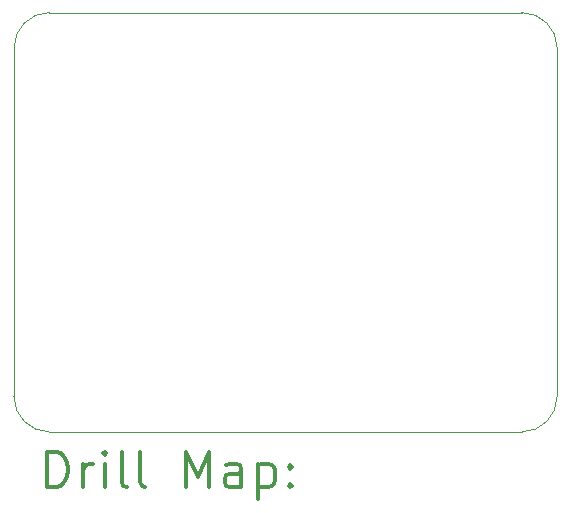
<source format=gbr>
%FSLAX45Y45*%
G04 Gerber Fmt 4.5, Leading zero omitted, Abs format (unit mm)*
G04 Created by KiCad (PCBNEW (5.1.9)-1) date 2022-08-22 18:31:57*
%MOMM*%
%LPD*%
G01*
G04 APERTURE LIST*
%TA.AperFunction,Profile*%
%ADD10C,0.050000*%
%TD*%
%ADD11C,0.200000*%
%ADD12C,0.300000*%
G04 APERTURE END LIST*
D10*
X15300000Y-8550000D02*
G75*
G02*
X15600000Y-8850000I0J-300000D01*
G01*
X11000000Y-8850000D02*
G75*
G02*
X11300000Y-8550000I300000J0D01*
G01*
X11300000Y-12100000D02*
G75*
G02*
X11000000Y-11800000I0J300000D01*
G01*
X15600000Y-11800000D02*
G75*
G02*
X15300000Y-12100000I-300000J0D01*
G01*
X11300000Y-12100000D02*
X15300000Y-12100000D01*
X11000000Y-8850000D02*
X11000000Y-11800000D01*
X15300000Y-8550000D02*
X11300000Y-8550000D01*
X15600000Y-11800000D02*
X15600000Y-8850000D01*
D11*
D12*
X11283928Y-12568214D02*
X11283928Y-12268214D01*
X11355357Y-12268214D01*
X11398214Y-12282500D01*
X11426786Y-12311071D01*
X11441071Y-12339643D01*
X11455357Y-12396786D01*
X11455357Y-12439643D01*
X11441071Y-12496786D01*
X11426786Y-12525357D01*
X11398214Y-12553929D01*
X11355357Y-12568214D01*
X11283928Y-12568214D01*
X11583928Y-12568214D02*
X11583928Y-12368214D01*
X11583928Y-12425357D02*
X11598214Y-12396786D01*
X11612500Y-12382500D01*
X11641071Y-12368214D01*
X11669643Y-12368214D01*
X11769643Y-12568214D02*
X11769643Y-12368214D01*
X11769643Y-12268214D02*
X11755357Y-12282500D01*
X11769643Y-12296786D01*
X11783928Y-12282500D01*
X11769643Y-12268214D01*
X11769643Y-12296786D01*
X11955357Y-12568214D02*
X11926786Y-12553929D01*
X11912500Y-12525357D01*
X11912500Y-12268214D01*
X12112500Y-12568214D02*
X12083928Y-12553929D01*
X12069643Y-12525357D01*
X12069643Y-12268214D01*
X12455357Y-12568214D02*
X12455357Y-12268214D01*
X12555357Y-12482500D01*
X12655357Y-12268214D01*
X12655357Y-12568214D01*
X12926786Y-12568214D02*
X12926786Y-12411071D01*
X12912500Y-12382500D01*
X12883928Y-12368214D01*
X12826786Y-12368214D01*
X12798214Y-12382500D01*
X12926786Y-12553929D02*
X12898214Y-12568214D01*
X12826786Y-12568214D01*
X12798214Y-12553929D01*
X12783928Y-12525357D01*
X12783928Y-12496786D01*
X12798214Y-12468214D01*
X12826786Y-12453929D01*
X12898214Y-12453929D01*
X12926786Y-12439643D01*
X13069643Y-12368214D02*
X13069643Y-12668214D01*
X13069643Y-12382500D02*
X13098214Y-12368214D01*
X13155357Y-12368214D01*
X13183928Y-12382500D01*
X13198214Y-12396786D01*
X13212500Y-12425357D01*
X13212500Y-12511071D01*
X13198214Y-12539643D01*
X13183928Y-12553929D01*
X13155357Y-12568214D01*
X13098214Y-12568214D01*
X13069643Y-12553929D01*
X13341071Y-12539643D02*
X13355357Y-12553929D01*
X13341071Y-12568214D01*
X13326786Y-12553929D01*
X13341071Y-12539643D01*
X13341071Y-12568214D01*
X13341071Y-12382500D02*
X13355357Y-12396786D01*
X13341071Y-12411071D01*
X13326786Y-12396786D01*
X13341071Y-12382500D01*
X13341071Y-12411071D01*
M02*

</source>
